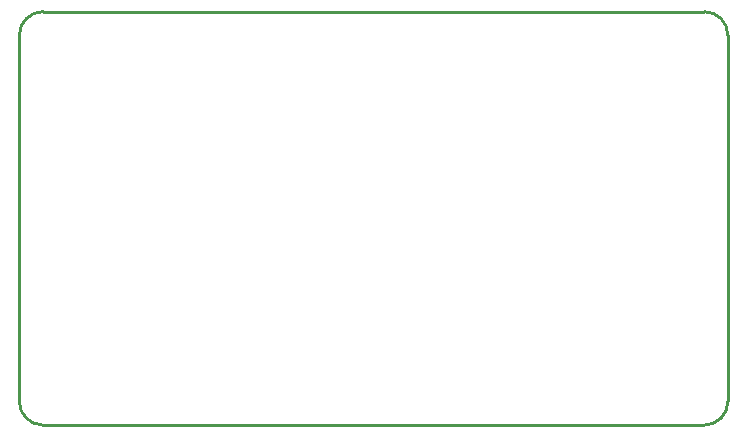
<source format=gko>
G04 Layer: BoardOutlineLayer*
G04 EasyEDA v6.5.47, 2024-10-31 16:23:14*
G04 d01961b007cd42f0ad862483726119fd,f99730456eb041dfa0a19156df6b2b6d,10*
G04 Gerber Generator version 0.2*
G04 Scale: 100 percent, Rotated: No, Reflected: No *
G04 Dimensions in millimeters *
G04 leading zeros omitted , absolute positions ,4 integer and 5 decimal *
%FSLAX45Y45*%
%MOMM*%

%ADD10C,0.2540*%
D10*
X5799988Y-3499993D02*
G01*
X199999Y-3499993D01*
X199999Y0D02*
G01*
X5799988Y0D01*
X0Y-3299993D02*
G01*
X0Y-199999D01*
X5999988Y-199999D02*
G01*
X5999988Y-3299993D01*
G75*
G01*
X5799988Y0D02*
G02*
X5999988Y-200000I0J-200000D01*
G75*
G01*
X5999988Y-3299993D02*
G02*
X5799988Y-3499993I-200000J0D01*
G75*
G01*
X200000Y-3499993D02*
G02*
X0Y-3299993I0J200000D01*
G75*
G01*
X0Y-200000D02*
G02*
X200000Y0I200000J0D01*

%LPD*%
M02*

</source>
